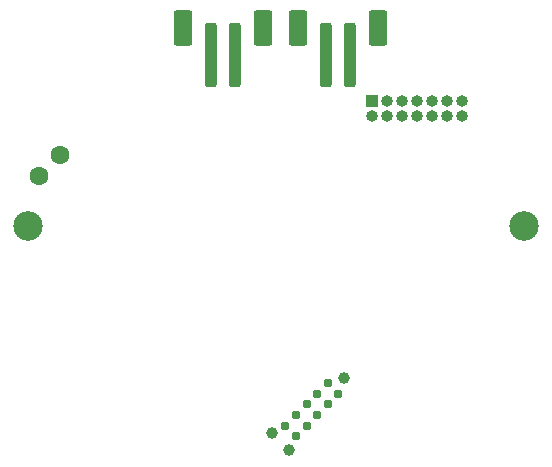
<source format=gbr>
%TF.GenerationSoftware,KiCad,Pcbnew,8.0.5*%
%TF.CreationDate,2025-04-26T14:00:33+02:00*%
%TF.ProjectId,vlvts,766c7674-732e-46b6-9963-61645f706362,rev?*%
%TF.SameCoordinates,Original*%
%TF.FileFunction,Soldermask,Top*%
%TF.FilePolarity,Negative*%
%FSLAX46Y46*%
G04 Gerber Fmt 4.6, Leading zero omitted, Abs format (unit mm)*
G04 Created by KiCad (PCBNEW 8.0.5) date 2025-04-26 14:00:33*
%MOMM*%
%LPD*%
G01*
G04 APERTURE LIST*
G04 Aperture macros list*
%AMRoundRect*
0 Rectangle with rounded corners*
0 $1 Rounding radius*
0 $2 $3 $4 $5 $6 $7 $8 $9 X,Y pos of 4 corners*
0 Add a 4 corners polygon primitive as box body*
4,1,4,$2,$3,$4,$5,$6,$7,$8,$9,$2,$3,0*
0 Add four circle primitives for the rounded corners*
1,1,$1+$1,$2,$3*
1,1,$1+$1,$4,$5*
1,1,$1+$1,$6,$7*
1,1,$1+$1,$8,$9*
0 Add four rect primitives between the rounded corners*
20,1,$1+$1,$2,$3,$4,$5,0*
20,1,$1+$1,$4,$5,$6,$7,0*
20,1,$1+$1,$6,$7,$8,$9,0*
20,1,$1+$1,$8,$9,$2,$3,0*%
%AMHorizOval*
0 Thick line with rounded ends*
0 $1 width*
0 $2 $3 position (X,Y) of the first rounded end (center of the circle)*
0 $4 $5 position (X,Y) of the second rounded end (center of the circle)*
0 Add line between two ends*
20,1,$1,$2,$3,$4,$5,0*
0 Add two circle primitives to create the rounded ends*
1,1,$1,$2,$3*
1,1,$1,$4,$5*%
G04 Aperture macros list end*
%ADD10C,0.990600*%
%ADD11C,0.787400*%
%ADD12RoundRect,0.250000X-0.250000X-2.500000X0.250000X-2.500000X0.250000X2.500000X-0.250000X2.500000X0*%
%ADD13RoundRect,0.250000X-0.550000X-1.250000X0.550000X-1.250000X0.550000X1.250000X-0.550000X1.250000X0*%
%ADD14C,1.600000*%
%ADD15HorizOval,1.600000X0.000000X0.000000X0.000000X0.000000X0*%
%ADD16R,1.000000X1.000000*%
%ADD17O,1.000000X1.000000*%
%ADD18C,2.500000*%
G04 APERTURE END LIST*
D10*
%TO.C,J5*%
X84745064Y-112856910D03*
X80075331Y-118963484D03*
X78638490Y-117526643D03*
D11*
X83398025Y-113305923D03*
X82500000Y-114203949D03*
X81601974Y-115101974D03*
X80703949Y-116000000D03*
X79805923Y-116898025D03*
X80703949Y-117796051D03*
X81601974Y-116898025D03*
X82500000Y-116000000D03*
X83398025Y-115101974D03*
X84296051Y-114203949D03*
%TD*%
D12*
%TO.C,BT1*%
X73500000Y-85499999D03*
X75500000Y-85499999D03*
D13*
X77900000Y-83249999D03*
X71100000Y-83249999D03*
%TD*%
D12*
%TO.C,M1*%
X83249999Y-85500000D03*
X85249999Y-85500000D03*
D13*
X80849999Y-83250000D03*
X87649999Y-83250000D03*
%TD*%
D14*
%TO.C,TH1*%
X58953949Y-95796051D03*
D15*
X60750000Y-94000000D03*
%TD*%
D16*
%TO.C,J3*%
X87175000Y-89375000D03*
D17*
X87175000Y-90645000D03*
X88445000Y-89375000D03*
X88445000Y-90645000D03*
X89715000Y-89375000D03*
X89715000Y-90645000D03*
X90985000Y-89375000D03*
X90985000Y-90645000D03*
X92255000Y-89375000D03*
X92255000Y-90645000D03*
X93525000Y-89375000D03*
X93525000Y-90645000D03*
X94795000Y-89375000D03*
X94795000Y-90645000D03*
%TD*%
D18*
%TO.C,H4*%
X58000000Y-99999999D03*
%TD*%
%TO.C,H3*%
X100000000Y-100000000D03*
%TD*%
M02*

</source>
